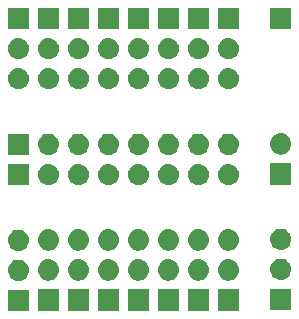
<source format=gbs>
G04 #@! TF.GenerationSoftware,KiCad,Pcbnew,5.1.1-8be2ce7~80~ubuntu16.04.1*
G04 #@! TF.CreationDate,2019-04-29T10:17:37+02:00*
G04 #@! TF.ProjectId,servomotors_ext_pwr_adaptor,73657276-6f6d-46f7-946f-72735f657874,rev?*
G04 #@! TF.SameCoordinates,Original*
G04 #@! TF.FileFunction,Soldermask,Bot*
G04 #@! TF.FilePolarity,Negative*
%FSLAX46Y46*%
G04 Gerber Fmt 4.6, Leading zero omitted, Abs format (unit mm)*
G04 Created by KiCad (PCBNEW 5.1.1-8be2ce7~80~ubuntu16.04.1) date 2019-04-29 10:17:37*
%MOMM*%
%LPD*%
G04 APERTURE LIST*
%ADD10C,0.100000*%
G04 APERTURE END LIST*
D10*
G36*
X101027800Y-112171800D02*
G01*
X99225800Y-112171800D01*
X99225800Y-110369800D01*
X101027800Y-110369800D01*
X101027800Y-112171800D01*
X101027800Y-112171800D01*
G37*
G36*
X118807800Y-112153000D02*
G01*
X117005800Y-112153000D01*
X117005800Y-110351000D01*
X118807800Y-110351000D01*
X118807800Y-112153000D01*
X118807800Y-112153000D01*
G37*
G36*
X116267800Y-112153000D02*
G01*
X114465800Y-112153000D01*
X114465800Y-110351000D01*
X116267800Y-110351000D01*
X116267800Y-112153000D01*
X116267800Y-112153000D01*
G37*
G36*
X113727800Y-112153000D02*
G01*
X111925800Y-112153000D01*
X111925800Y-110351000D01*
X113727800Y-110351000D01*
X113727800Y-112153000D01*
X113727800Y-112153000D01*
G37*
G36*
X111187800Y-112153000D02*
G01*
X109385800Y-112153000D01*
X109385800Y-110351000D01*
X111187800Y-110351000D01*
X111187800Y-112153000D01*
X111187800Y-112153000D01*
G37*
G36*
X106107800Y-112153000D02*
G01*
X104305800Y-112153000D01*
X104305800Y-110351000D01*
X106107800Y-110351000D01*
X106107800Y-112153000D01*
X106107800Y-112153000D01*
G37*
G36*
X103567800Y-112153000D02*
G01*
X101765800Y-112153000D01*
X101765800Y-110351000D01*
X103567800Y-110351000D01*
X103567800Y-112153000D01*
X103567800Y-112153000D01*
G37*
G36*
X108647800Y-112153000D02*
G01*
X106845800Y-112153000D01*
X106845800Y-110351000D01*
X108647800Y-110351000D01*
X108647800Y-112153000D01*
X108647800Y-112153000D01*
G37*
G36*
X123227400Y-112102200D02*
G01*
X121425400Y-112102200D01*
X121425400Y-110300200D01*
X123227400Y-110300200D01*
X123227400Y-112102200D01*
X123227400Y-112102200D01*
G37*
G36*
X100237242Y-107836318D02*
G01*
X100303427Y-107842837D01*
X100473266Y-107894357D01*
X100629791Y-107978022D01*
X100665529Y-108007352D01*
X100766986Y-108090614D01*
X100850248Y-108192071D01*
X100879578Y-108227809D01*
X100963243Y-108384334D01*
X101014763Y-108554173D01*
X101032159Y-108730800D01*
X101014763Y-108907427D01*
X100963243Y-109077266D01*
X100879578Y-109233791D01*
X100850248Y-109269529D01*
X100766986Y-109370986D01*
X100665529Y-109454248D01*
X100629791Y-109483578D01*
X100473266Y-109567243D01*
X100303427Y-109618763D01*
X100237242Y-109625282D01*
X100171060Y-109631800D01*
X100082540Y-109631800D01*
X100016358Y-109625282D01*
X99950173Y-109618763D01*
X99780334Y-109567243D01*
X99623809Y-109483578D01*
X99588071Y-109454248D01*
X99486614Y-109370986D01*
X99403352Y-109269529D01*
X99374022Y-109233791D01*
X99290357Y-109077266D01*
X99238837Y-108907427D01*
X99221441Y-108730800D01*
X99238837Y-108554173D01*
X99290357Y-108384334D01*
X99374022Y-108227809D01*
X99403352Y-108192071D01*
X99486614Y-108090614D01*
X99588071Y-108007352D01*
X99623809Y-107978022D01*
X99780334Y-107894357D01*
X99950173Y-107842837D01*
X100016358Y-107836318D01*
X100082540Y-107829800D01*
X100171060Y-107829800D01*
X100237242Y-107836318D01*
X100237242Y-107836318D01*
G37*
G36*
X107857243Y-107817519D02*
G01*
X107923427Y-107824037D01*
X108093266Y-107875557D01*
X108249791Y-107959222D01*
X108285529Y-107988552D01*
X108386986Y-108071814D01*
X108457887Y-108158209D01*
X108499578Y-108209009D01*
X108583243Y-108365534D01*
X108634763Y-108535373D01*
X108652159Y-108712000D01*
X108634763Y-108888627D01*
X108583243Y-109058466D01*
X108499578Y-109214991D01*
X108484149Y-109233791D01*
X108386986Y-109352186D01*
X108285529Y-109435448D01*
X108249791Y-109464778D01*
X108093266Y-109548443D01*
X107923427Y-109599963D01*
X107857242Y-109606482D01*
X107791060Y-109613000D01*
X107702540Y-109613000D01*
X107636358Y-109606482D01*
X107570173Y-109599963D01*
X107400334Y-109548443D01*
X107243809Y-109464778D01*
X107208071Y-109435448D01*
X107106614Y-109352186D01*
X107009451Y-109233791D01*
X106994022Y-109214991D01*
X106910357Y-109058466D01*
X106858837Y-108888627D01*
X106841441Y-108712000D01*
X106858837Y-108535373D01*
X106910357Y-108365534D01*
X106994022Y-108209009D01*
X107035713Y-108158209D01*
X107106614Y-108071814D01*
X107208071Y-107988552D01*
X107243809Y-107959222D01*
X107400334Y-107875557D01*
X107570173Y-107824037D01*
X107636357Y-107817519D01*
X107702540Y-107811000D01*
X107791060Y-107811000D01*
X107857243Y-107817519D01*
X107857243Y-107817519D01*
G37*
G36*
X102777243Y-107817519D02*
G01*
X102843427Y-107824037D01*
X103013266Y-107875557D01*
X103169791Y-107959222D01*
X103205529Y-107988552D01*
X103306986Y-108071814D01*
X103377887Y-108158209D01*
X103419578Y-108209009D01*
X103503243Y-108365534D01*
X103554763Y-108535373D01*
X103572159Y-108712000D01*
X103554763Y-108888627D01*
X103503243Y-109058466D01*
X103419578Y-109214991D01*
X103404149Y-109233791D01*
X103306986Y-109352186D01*
X103205529Y-109435448D01*
X103169791Y-109464778D01*
X103013266Y-109548443D01*
X102843427Y-109599963D01*
X102777242Y-109606482D01*
X102711060Y-109613000D01*
X102622540Y-109613000D01*
X102556358Y-109606482D01*
X102490173Y-109599963D01*
X102320334Y-109548443D01*
X102163809Y-109464778D01*
X102128071Y-109435448D01*
X102026614Y-109352186D01*
X101929451Y-109233791D01*
X101914022Y-109214991D01*
X101830357Y-109058466D01*
X101778837Y-108888627D01*
X101761441Y-108712000D01*
X101778837Y-108535373D01*
X101830357Y-108365534D01*
X101914022Y-108209009D01*
X101955713Y-108158209D01*
X102026614Y-108071814D01*
X102128071Y-107988552D01*
X102163809Y-107959222D01*
X102320334Y-107875557D01*
X102490173Y-107824037D01*
X102556357Y-107817519D01*
X102622540Y-107811000D01*
X102711060Y-107811000D01*
X102777243Y-107817519D01*
X102777243Y-107817519D01*
G37*
G36*
X105317243Y-107817519D02*
G01*
X105383427Y-107824037D01*
X105553266Y-107875557D01*
X105709791Y-107959222D01*
X105745529Y-107988552D01*
X105846986Y-108071814D01*
X105917887Y-108158209D01*
X105959578Y-108209009D01*
X106043243Y-108365534D01*
X106094763Y-108535373D01*
X106112159Y-108712000D01*
X106094763Y-108888627D01*
X106043243Y-109058466D01*
X105959578Y-109214991D01*
X105944149Y-109233791D01*
X105846986Y-109352186D01*
X105745529Y-109435448D01*
X105709791Y-109464778D01*
X105553266Y-109548443D01*
X105383427Y-109599963D01*
X105317242Y-109606482D01*
X105251060Y-109613000D01*
X105162540Y-109613000D01*
X105096358Y-109606482D01*
X105030173Y-109599963D01*
X104860334Y-109548443D01*
X104703809Y-109464778D01*
X104668071Y-109435448D01*
X104566614Y-109352186D01*
X104469451Y-109233791D01*
X104454022Y-109214991D01*
X104370357Y-109058466D01*
X104318837Y-108888627D01*
X104301441Y-108712000D01*
X104318837Y-108535373D01*
X104370357Y-108365534D01*
X104454022Y-108209009D01*
X104495713Y-108158209D01*
X104566614Y-108071814D01*
X104668071Y-107988552D01*
X104703809Y-107959222D01*
X104860334Y-107875557D01*
X105030173Y-107824037D01*
X105096357Y-107817519D01*
X105162540Y-107811000D01*
X105251060Y-107811000D01*
X105317243Y-107817519D01*
X105317243Y-107817519D01*
G37*
G36*
X118017243Y-107817519D02*
G01*
X118083427Y-107824037D01*
X118253266Y-107875557D01*
X118409791Y-107959222D01*
X118445529Y-107988552D01*
X118546986Y-108071814D01*
X118617887Y-108158209D01*
X118659578Y-108209009D01*
X118743243Y-108365534D01*
X118794763Y-108535373D01*
X118812159Y-108712000D01*
X118794763Y-108888627D01*
X118743243Y-109058466D01*
X118659578Y-109214991D01*
X118644149Y-109233791D01*
X118546986Y-109352186D01*
X118445529Y-109435448D01*
X118409791Y-109464778D01*
X118253266Y-109548443D01*
X118083427Y-109599963D01*
X118017242Y-109606482D01*
X117951060Y-109613000D01*
X117862540Y-109613000D01*
X117796358Y-109606482D01*
X117730173Y-109599963D01*
X117560334Y-109548443D01*
X117403809Y-109464778D01*
X117368071Y-109435448D01*
X117266614Y-109352186D01*
X117169451Y-109233791D01*
X117154022Y-109214991D01*
X117070357Y-109058466D01*
X117018837Y-108888627D01*
X117001441Y-108712000D01*
X117018837Y-108535373D01*
X117070357Y-108365534D01*
X117154022Y-108209009D01*
X117195713Y-108158209D01*
X117266614Y-108071814D01*
X117368071Y-107988552D01*
X117403809Y-107959222D01*
X117560334Y-107875557D01*
X117730173Y-107824037D01*
X117796357Y-107817519D01*
X117862540Y-107811000D01*
X117951060Y-107811000D01*
X118017243Y-107817519D01*
X118017243Y-107817519D01*
G37*
G36*
X115477243Y-107817519D02*
G01*
X115543427Y-107824037D01*
X115713266Y-107875557D01*
X115869791Y-107959222D01*
X115905529Y-107988552D01*
X116006986Y-108071814D01*
X116077887Y-108158209D01*
X116119578Y-108209009D01*
X116203243Y-108365534D01*
X116254763Y-108535373D01*
X116272159Y-108712000D01*
X116254763Y-108888627D01*
X116203243Y-109058466D01*
X116119578Y-109214991D01*
X116104149Y-109233791D01*
X116006986Y-109352186D01*
X115905529Y-109435448D01*
X115869791Y-109464778D01*
X115713266Y-109548443D01*
X115543427Y-109599963D01*
X115477242Y-109606482D01*
X115411060Y-109613000D01*
X115322540Y-109613000D01*
X115256358Y-109606482D01*
X115190173Y-109599963D01*
X115020334Y-109548443D01*
X114863809Y-109464778D01*
X114828071Y-109435448D01*
X114726614Y-109352186D01*
X114629451Y-109233791D01*
X114614022Y-109214991D01*
X114530357Y-109058466D01*
X114478837Y-108888627D01*
X114461441Y-108712000D01*
X114478837Y-108535373D01*
X114530357Y-108365534D01*
X114614022Y-108209009D01*
X114655713Y-108158209D01*
X114726614Y-108071814D01*
X114828071Y-107988552D01*
X114863809Y-107959222D01*
X115020334Y-107875557D01*
X115190173Y-107824037D01*
X115256357Y-107817519D01*
X115322540Y-107811000D01*
X115411060Y-107811000D01*
X115477243Y-107817519D01*
X115477243Y-107817519D01*
G37*
G36*
X112937243Y-107817519D02*
G01*
X113003427Y-107824037D01*
X113173266Y-107875557D01*
X113329791Y-107959222D01*
X113365529Y-107988552D01*
X113466986Y-108071814D01*
X113537887Y-108158209D01*
X113579578Y-108209009D01*
X113663243Y-108365534D01*
X113714763Y-108535373D01*
X113732159Y-108712000D01*
X113714763Y-108888627D01*
X113663243Y-109058466D01*
X113579578Y-109214991D01*
X113564149Y-109233791D01*
X113466986Y-109352186D01*
X113365529Y-109435448D01*
X113329791Y-109464778D01*
X113173266Y-109548443D01*
X113003427Y-109599963D01*
X112937242Y-109606482D01*
X112871060Y-109613000D01*
X112782540Y-109613000D01*
X112716358Y-109606482D01*
X112650173Y-109599963D01*
X112480334Y-109548443D01*
X112323809Y-109464778D01*
X112288071Y-109435448D01*
X112186614Y-109352186D01*
X112089451Y-109233791D01*
X112074022Y-109214991D01*
X111990357Y-109058466D01*
X111938837Y-108888627D01*
X111921441Y-108712000D01*
X111938837Y-108535373D01*
X111990357Y-108365534D01*
X112074022Y-108209009D01*
X112115713Y-108158209D01*
X112186614Y-108071814D01*
X112288071Y-107988552D01*
X112323809Y-107959222D01*
X112480334Y-107875557D01*
X112650173Y-107824037D01*
X112716357Y-107817519D01*
X112782540Y-107811000D01*
X112871060Y-107811000D01*
X112937243Y-107817519D01*
X112937243Y-107817519D01*
G37*
G36*
X110397243Y-107817519D02*
G01*
X110463427Y-107824037D01*
X110633266Y-107875557D01*
X110789791Y-107959222D01*
X110825529Y-107988552D01*
X110926986Y-108071814D01*
X110997887Y-108158209D01*
X111039578Y-108209009D01*
X111123243Y-108365534D01*
X111174763Y-108535373D01*
X111192159Y-108712000D01*
X111174763Y-108888627D01*
X111123243Y-109058466D01*
X111039578Y-109214991D01*
X111024149Y-109233791D01*
X110926986Y-109352186D01*
X110825529Y-109435448D01*
X110789791Y-109464778D01*
X110633266Y-109548443D01*
X110463427Y-109599963D01*
X110397242Y-109606482D01*
X110331060Y-109613000D01*
X110242540Y-109613000D01*
X110176358Y-109606482D01*
X110110173Y-109599963D01*
X109940334Y-109548443D01*
X109783809Y-109464778D01*
X109748071Y-109435448D01*
X109646614Y-109352186D01*
X109549451Y-109233791D01*
X109534022Y-109214991D01*
X109450357Y-109058466D01*
X109398837Y-108888627D01*
X109381441Y-108712000D01*
X109398837Y-108535373D01*
X109450357Y-108365534D01*
X109534022Y-108209009D01*
X109575713Y-108158209D01*
X109646614Y-108071814D01*
X109748071Y-107988552D01*
X109783809Y-107959222D01*
X109940334Y-107875557D01*
X110110173Y-107824037D01*
X110176357Y-107817519D01*
X110242540Y-107811000D01*
X110331060Y-107811000D01*
X110397243Y-107817519D01*
X110397243Y-107817519D01*
G37*
G36*
X122436842Y-107766718D02*
G01*
X122503027Y-107773237D01*
X122672866Y-107824757D01*
X122829391Y-107908422D01*
X122865129Y-107937752D01*
X122966586Y-108021014D01*
X123023704Y-108090614D01*
X123079178Y-108158209D01*
X123162843Y-108314734D01*
X123214363Y-108484573D01*
X123231759Y-108661200D01*
X123214363Y-108837827D01*
X123162843Y-109007666D01*
X123079178Y-109164191D01*
X123049848Y-109199929D01*
X122966586Y-109301386D01*
X122881778Y-109370985D01*
X122829391Y-109413978D01*
X122672866Y-109497643D01*
X122503027Y-109549163D01*
X122436842Y-109555682D01*
X122370660Y-109562200D01*
X122282140Y-109562200D01*
X122215958Y-109555682D01*
X122149773Y-109549163D01*
X121979934Y-109497643D01*
X121823409Y-109413978D01*
X121771022Y-109370985D01*
X121686214Y-109301386D01*
X121602952Y-109199929D01*
X121573622Y-109164191D01*
X121489957Y-109007666D01*
X121438437Y-108837827D01*
X121421041Y-108661200D01*
X121438437Y-108484573D01*
X121489957Y-108314734D01*
X121573622Y-108158209D01*
X121629096Y-108090614D01*
X121686214Y-108021014D01*
X121787671Y-107937752D01*
X121823409Y-107908422D01*
X121979934Y-107824757D01*
X122149773Y-107773237D01*
X122215958Y-107766718D01*
X122282140Y-107760200D01*
X122370660Y-107760200D01*
X122436842Y-107766718D01*
X122436842Y-107766718D01*
G37*
G36*
X100237242Y-105296318D02*
G01*
X100303427Y-105302837D01*
X100473266Y-105354357D01*
X100629791Y-105438022D01*
X100665529Y-105467352D01*
X100766986Y-105550614D01*
X100850248Y-105652071D01*
X100879578Y-105687809D01*
X100963243Y-105844334D01*
X101014763Y-106014173D01*
X101032159Y-106190800D01*
X101014763Y-106367427D01*
X100963243Y-106537266D01*
X100879578Y-106693791D01*
X100850248Y-106729529D01*
X100766986Y-106830986D01*
X100665529Y-106914248D01*
X100629791Y-106943578D01*
X100473266Y-107027243D01*
X100303427Y-107078763D01*
X100237243Y-107085281D01*
X100171060Y-107091800D01*
X100082540Y-107091800D01*
X100016357Y-107085281D01*
X99950173Y-107078763D01*
X99780334Y-107027243D01*
X99623809Y-106943578D01*
X99588071Y-106914248D01*
X99486614Y-106830986D01*
X99403352Y-106729529D01*
X99374022Y-106693791D01*
X99290357Y-106537266D01*
X99238837Y-106367427D01*
X99221441Y-106190800D01*
X99238837Y-106014173D01*
X99290357Y-105844334D01*
X99374022Y-105687809D01*
X99403352Y-105652071D01*
X99486614Y-105550614D01*
X99588071Y-105467352D01*
X99623809Y-105438022D01*
X99780334Y-105354357D01*
X99950173Y-105302837D01*
X100016357Y-105296319D01*
X100082540Y-105289800D01*
X100171060Y-105289800D01*
X100237242Y-105296318D01*
X100237242Y-105296318D01*
G37*
G36*
X112937243Y-105277519D02*
G01*
X113003427Y-105284037D01*
X113173266Y-105335557D01*
X113329791Y-105419222D01*
X113365529Y-105448552D01*
X113466986Y-105531814D01*
X113537887Y-105618209D01*
X113579578Y-105669009D01*
X113663243Y-105825534D01*
X113714763Y-105995373D01*
X113732159Y-106172000D01*
X113714763Y-106348627D01*
X113663243Y-106518466D01*
X113579578Y-106674991D01*
X113564149Y-106693791D01*
X113466986Y-106812186D01*
X113365529Y-106895448D01*
X113329791Y-106924778D01*
X113173266Y-107008443D01*
X113003427Y-107059963D01*
X112937243Y-107066481D01*
X112871060Y-107073000D01*
X112782540Y-107073000D01*
X112716357Y-107066481D01*
X112650173Y-107059963D01*
X112480334Y-107008443D01*
X112323809Y-106924778D01*
X112288071Y-106895448D01*
X112186614Y-106812186D01*
X112089451Y-106693791D01*
X112074022Y-106674991D01*
X111990357Y-106518466D01*
X111938837Y-106348627D01*
X111921441Y-106172000D01*
X111938837Y-105995373D01*
X111990357Y-105825534D01*
X112074022Y-105669009D01*
X112115713Y-105618209D01*
X112186614Y-105531814D01*
X112288071Y-105448552D01*
X112323809Y-105419222D01*
X112480334Y-105335557D01*
X112650173Y-105284037D01*
X112716357Y-105277519D01*
X112782540Y-105271000D01*
X112871060Y-105271000D01*
X112937243Y-105277519D01*
X112937243Y-105277519D01*
G37*
G36*
X105317243Y-105277519D02*
G01*
X105383427Y-105284037D01*
X105553266Y-105335557D01*
X105709791Y-105419222D01*
X105745529Y-105448552D01*
X105846986Y-105531814D01*
X105917887Y-105618209D01*
X105959578Y-105669009D01*
X106043243Y-105825534D01*
X106094763Y-105995373D01*
X106112159Y-106172000D01*
X106094763Y-106348627D01*
X106043243Y-106518466D01*
X105959578Y-106674991D01*
X105944149Y-106693791D01*
X105846986Y-106812186D01*
X105745529Y-106895448D01*
X105709791Y-106924778D01*
X105553266Y-107008443D01*
X105383427Y-107059963D01*
X105317243Y-107066481D01*
X105251060Y-107073000D01*
X105162540Y-107073000D01*
X105096357Y-107066481D01*
X105030173Y-107059963D01*
X104860334Y-107008443D01*
X104703809Y-106924778D01*
X104668071Y-106895448D01*
X104566614Y-106812186D01*
X104469451Y-106693791D01*
X104454022Y-106674991D01*
X104370357Y-106518466D01*
X104318837Y-106348627D01*
X104301441Y-106172000D01*
X104318837Y-105995373D01*
X104370357Y-105825534D01*
X104454022Y-105669009D01*
X104495713Y-105618209D01*
X104566614Y-105531814D01*
X104668071Y-105448552D01*
X104703809Y-105419222D01*
X104860334Y-105335557D01*
X105030173Y-105284037D01*
X105096357Y-105277519D01*
X105162540Y-105271000D01*
X105251060Y-105271000D01*
X105317243Y-105277519D01*
X105317243Y-105277519D01*
G37*
G36*
X107857243Y-105277519D02*
G01*
X107923427Y-105284037D01*
X108093266Y-105335557D01*
X108249791Y-105419222D01*
X108285529Y-105448552D01*
X108386986Y-105531814D01*
X108457887Y-105618209D01*
X108499578Y-105669009D01*
X108583243Y-105825534D01*
X108634763Y-105995373D01*
X108652159Y-106172000D01*
X108634763Y-106348627D01*
X108583243Y-106518466D01*
X108499578Y-106674991D01*
X108484149Y-106693791D01*
X108386986Y-106812186D01*
X108285529Y-106895448D01*
X108249791Y-106924778D01*
X108093266Y-107008443D01*
X107923427Y-107059963D01*
X107857243Y-107066481D01*
X107791060Y-107073000D01*
X107702540Y-107073000D01*
X107636357Y-107066481D01*
X107570173Y-107059963D01*
X107400334Y-107008443D01*
X107243809Y-106924778D01*
X107208071Y-106895448D01*
X107106614Y-106812186D01*
X107009451Y-106693791D01*
X106994022Y-106674991D01*
X106910357Y-106518466D01*
X106858837Y-106348627D01*
X106841441Y-106172000D01*
X106858837Y-105995373D01*
X106910357Y-105825534D01*
X106994022Y-105669009D01*
X107035713Y-105618209D01*
X107106614Y-105531814D01*
X107208071Y-105448552D01*
X107243809Y-105419222D01*
X107400334Y-105335557D01*
X107570173Y-105284037D01*
X107636357Y-105277519D01*
X107702540Y-105271000D01*
X107791060Y-105271000D01*
X107857243Y-105277519D01*
X107857243Y-105277519D01*
G37*
G36*
X102777243Y-105277519D02*
G01*
X102843427Y-105284037D01*
X103013266Y-105335557D01*
X103169791Y-105419222D01*
X103205529Y-105448552D01*
X103306986Y-105531814D01*
X103377887Y-105618209D01*
X103419578Y-105669009D01*
X103503243Y-105825534D01*
X103554763Y-105995373D01*
X103572159Y-106172000D01*
X103554763Y-106348627D01*
X103503243Y-106518466D01*
X103419578Y-106674991D01*
X103404149Y-106693791D01*
X103306986Y-106812186D01*
X103205529Y-106895448D01*
X103169791Y-106924778D01*
X103013266Y-107008443D01*
X102843427Y-107059963D01*
X102777243Y-107066481D01*
X102711060Y-107073000D01*
X102622540Y-107073000D01*
X102556357Y-107066481D01*
X102490173Y-107059963D01*
X102320334Y-107008443D01*
X102163809Y-106924778D01*
X102128071Y-106895448D01*
X102026614Y-106812186D01*
X101929451Y-106693791D01*
X101914022Y-106674991D01*
X101830357Y-106518466D01*
X101778837Y-106348627D01*
X101761441Y-106172000D01*
X101778837Y-105995373D01*
X101830357Y-105825534D01*
X101914022Y-105669009D01*
X101955713Y-105618209D01*
X102026614Y-105531814D01*
X102128071Y-105448552D01*
X102163809Y-105419222D01*
X102320334Y-105335557D01*
X102490173Y-105284037D01*
X102556357Y-105277519D01*
X102622540Y-105271000D01*
X102711060Y-105271000D01*
X102777243Y-105277519D01*
X102777243Y-105277519D01*
G37*
G36*
X118017243Y-105277519D02*
G01*
X118083427Y-105284037D01*
X118253266Y-105335557D01*
X118409791Y-105419222D01*
X118445529Y-105448552D01*
X118546986Y-105531814D01*
X118617887Y-105618209D01*
X118659578Y-105669009D01*
X118743243Y-105825534D01*
X118794763Y-105995373D01*
X118812159Y-106172000D01*
X118794763Y-106348627D01*
X118743243Y-106518466D01*
X118659578Y-106674991D01*
X118644149Y-106693791D01*
X118546986Y-106812186D01*
X118445529Y-106895448D01*
X118409791Y-106924778D01*
X118253266Y-107008443D01*
X118083427Y-107059963D01*
X118017243Y-107066481D01*
X117951060Y-107073000D01*
X117862540Y-107073000D01*
X117796357Y-107066481D01*
X117730173Y-107059963D01*
X117560334Y-107008443D01*
X117403809Y-106924778D01*
X117368071Y-106895448D01*
X117266614Y-106812186D01*
X117169451Y-106693791D01*
X117154022Y-106674991D01*
X117070357Y-106518466D01*
X117018837Y-106348627D01*
X117001441Y-106172000D01*
X117018837Y-105995373D01*
X117070357Y-105825534D01*
X117154022Y-105669009D01*
X117195713Y-105618209D01*
X117266614Y-105531814D01*
X117368071Y-105448552D01*
X117403809Y-105419222D01*
X117560334Y-105335557D01*
X117730173Y-105284037D01*
X117796357Y-105277519D01*
X117862540Y-105271000D01*
X117951060Y-105271000D01*
X118017243Y-105277519D01*
X118017243Y-105277519D01*
G37*
G36*
X110397243Y-105277519D02*
G01*
X110463427Y-105284037D01*
X110633266Y-105335557D01*
X110789791Y-105419222D01*
X110825529Y-105448552D01*
X110926986Y-105531814D01*
X110997887Y-105618209D01*
X111039578Y-105669009D01*
X111123243Y-105825534D01*
X111174763Y-105995373D01*
X111192159Y-106172000D01*
X111174763Y-106348627D01*
X111123243Y-106518466D01*
X111039578Y-106674991D01*
X111024149Y-106693791D01*
X110926986Y-106812186D01*
X110825529Y-106895448D01*
X110789791Y-106924778D01*
X110633266Y-107008443D01*
X110463427Y-107059963D01*
X110397243Y-107066481D01*
X110331060Y-107073000D01*
X110242540Y-107073000D01*
X110176357Y-107066481D01*
X110110173Y-107059963D01*
X109940334Y-107008443D01*
X109783809Y-106924778D01*
X109748071Y-106895448D01*
X109646614Y-106812186D01*
X109549451Y-106693791D01*
X109534022Y-106674991D01*
X109450357Y-106518466D01*
X109398837Y-106348627D01*
X109381441Y-106172000D01*
X109398837Y-105995373D01*
X109450357Y-105825534D01*
X109534022Y-105669009D01*
X109575713Y-105618209D01*
X109646614Y-105531814D01*
X109748071Y-105448552D01*
X109783809Y-105419222D01*
X109940334Y-105335557D01*
X110110173Y-105284037D01*
X110176357Y-105277519D01*
X110242540Y-105271000D01*
X110331060Y-105271000D01*
X110397243Y-105277519D01*
X110397243Y-105277519D01*
G37*
G36*
X115477243Y-105277519D02*
G01*
X115543427Y-105284037D01*
X115713266Y-105335557D01*
X115869791Y-105419222D01*
X115905529Y-105448552D01*
X116006986Y-105531814D01*
X116077887Y-105618209D01*
X116119578Y-105669009D01*
X116203243Y-105825534D01*
X116254763Y-105995373D01*
X116272159Y-106172000D01*
X116254763Y-106348627D01*
X116203243Y-106518466D01*
X116119578Y-106674991D01*
X116104149Y-106693791D01*
X116006986Y-106812186D01*
X115905529Y-106895448D01*
X115869791Y-106924778D01*
X115713266Y-107008443D01*
X115543427Y-107059963D01*
X115477243Y-107066481D01*
X115411060Y-107073000D01*
X115322540Y-107073000D01*
X115256357Y-107066481D01*
X115190173Y-107059963D01*
X115020334Y-107008443D01*
X114863809Y-106924778D01*
X114828071Y-106895448D01*
X114726614Y-106812186D01*
X114629451Y-106693791D01*
X114614022Y-106674991D01*
X114530357Y-106518466D01*
X114478837Y-106348627D01*
X114461441Y-106172000D01*
X114478837Y-105995373D01*
X114530357Y-105825534D01*
X114614022Y-105669009D01*
X114655713Y-105618209D01*
X114726614Y-105531814D01*
X114828071Y-105448552D01*
X114863809Y-105419222D01*
X115020334Y-105335557D01*
X115190173Y-105284037D01*
X115256357Y-105277519D01*
X115322540Y-105271000D01*
X115411060Y-105271000D01*
X115477243Y-105277519D01*
X115477243Y-105277519D01*
G37*
G36*
X122436843Y-105226719D02*
G01*
X122503027Y-105233237D01*
X122672866Y-105284757D01*
X122829391Y-105368422D01*
X122865129Y-105397752D01*
X122966586Y-105481014D01*
X123023704Y-105550614D01*
X123079178Y-105618209D01*
X123162843Y-105774734D01*
X123214363Y-105944573D01*
X123231759Y-106121200D01*
X123214363Y-106297827D01*
X123162843Y-106467666D01*
X123079178Y-106624191D01*
X123049848Y-106659929D01*
X122966586Y-106761386D01*
X122881778Y-106830985D01*
X122829391Y-106873978D01*
X122672866Y-106957643D01*
X122503027Y-107009163D01*
X122436843Y-107015681D01*
X122370660Y-107022200D01*
X122282140Y-107022200D01*
X122215957Y-107015681D01*
X122149773Y-107009163D01*
X121979934Y-106957643D01*
X121823409Y-106873978D01*
X121771022Y-106830985D01*
X121686214Y-106761386D01*
X121602952Y-106659929D01*
X121573622Y-106624191D01*
X121489957Y-106467666D01*
X121438437Y-106297827D01*
X121421041Y-106121200D01*
X121438437Y-105944573D01*
X121489957Y-105774734D01*
X121573622Y-105618209D01*
X121629096Y-105550614D01*
X121686214Y-105481014D01*
X121787671Y-105397752D01*
X121823409Y-105368422D01*
X121979934Y-105284757D01*
X122149773Y-105233237D01*
X122215957Y-105226719D01*
X122282140Y-105220200D01*
X122370660Y-105220200D01*
X122436843Y-105226719D01*
X122436843Y-105226719D01*
G37*
G36*
X101027800Y-101535800D02*
G01*
X99225800Y-101535800D01*
X99225800Y-99733800D01*
X101027800Y-99733800D01*
X101027800Y-101535800D01*
X101027800Y-101535800D01*
G37*
G36*
X115477242Y-99740318D02*
G01*
X115543427Y-99746837D01*
X115713266Y-99798357D01*
X115869791Y-99882022D01*
X115905529Y-99911352D01*
X116006986Y-99994614D01*
X116090248Y-100096071D01*
X116119578Y-100131809D01*
X116203243Y-100288334D01*
X116254763Y-100458173D01*
X116272159Y-100634800D01*
X116254763Y-100811427D01*
X116203243Y-100981266D01*
X116119578Y-101137791D01*
X116090248Y-101173529D01*
X116006986Y-101274986D01*
X115905529Y-101358248D01*
X115869791Y-101387578D01*
X115713266Y-101471243D01*
X115543427Y-101522763D01*
X115477243Y-101529281D01*
X115411060Y-101535800D01*
X115322540Y-101535800D01*
X115256357Y-101529281D01*
X115190173Y-101522763D01*
X115020334Y-101471243D01*
X114863809Y-101387578D01*
X114828071Y-101358248D01*
X114726614Y-101274986D01*
X114643352Y-101173529D01*
X114614022Y-101137791D01*
X114530357Y-100981266D01*
X114478837Y-100811427D01*
X114461441Y-100634800D01*
X114478837Y-100458173D01*
X114530357Y-100288334D01*
X114614022Y-100131809D01*
X114643352Y-100096071D01*
X114726614Y-99994614D01*
X114828071Y-99911352D01*
X114863809Y-99882022D01*
X115020334Y-99798357D01*
X115190173Y-99746837D01*
X115256357Y-99740319D01*
X115322540Y-99733800D01*
X115411060Y-99733800D01*
X115477242Y-99740318D01*
X115477242Y-99740318D01*
G37*
G36*
X118017242Y-99740318D02*
G01*
X118083427Y-99746837D01*
X118253266Y-99798357D01*
X118409791Y-99882022D01*
X118445529Y-99911352D01*
X118546986Y-99994614D01*
X118630248Y-100096071D01*
X118659578Y-100131809D01*
X118743243Y-100288334D01*
X118794763Y-100458173D01*
X118812159Y-100634800D01*
X118794763Y-100811427D01*
X118743243Y-100981266D01*
X118659578Y-101137791D01*
X118630248Y-101173529D01*
X118546986Y-101274986D01*
X118445529Y-101358248D01*
X118409791Y-101387578D01*
X118253266Y-101471243D01*
X118083427Y-101522763D01*
X118017243Y-101529281D01*
X117951060Y-101535800D01*
X117862540Y-101535800D01*
X117796357Y-101529281D01*
X117730173Y-101522763D01*
X117560334Y-101471243D01*
X117403809Y-101387578D01*
X117368071Y-101358248D01*
X117266614Y-101274986D01*
X117183352Y-101173529D01*
X117154022Y-101137791D01*
X117070357Y-100981266D01*
X117018837Y-100811427D01*
X117001441Y-100634800D01*
X117018837Y-100458173D01*
X117070357Y-100288334D01*
X117154022Y-100131809D01*
X117183352Y-100096071D01*
X117266614Y-99994614D01*
X117368071Y-99911352D01*
X117403809Y-99882022D01*
X117560334Y-99798357D01*
X117730173Y-99746837D01*
X117796357Y-99740319D01*
X117862540Y-99733800D01*
X117951060Y-99733800D01*
X118017242Y-99740318D01*
X118017242Y-99740318D01*
G37*
G36*
X112937242Y-99740318D02*
G01*
X113003427Y-99746837D01*
X113173266Y-99798357D01*
X113329791Y-99882022D01*
X113365529Y-99911352D01*
X113466986Y-99994614D01*
X113550248Y-100096071D01*
X113579578Y-100131809D01*
X113663243Y-100288334D01*
X113714763Y-100458173D01*
X113732159Y-100634800D01*
X113714763Y-100811427D01*
X113663243Y-100981266D01*
X113579578Y-101137791D01*
X113550248Y-101173529D01*
X113466986Y-101274986D01*
X113365529Y-101358248D01*
X113329791Y-101387578D01*
X113173266Y-101471243D01*
X113003427Y-101522763D01*
X112937243Y-101529281D01*
X112871060Y-101535800D01*
X112782540Y-101535800D01*
X112716357Y-101529281D01*
X112650173Y-101522763D01*
X112480334Y-101471243D01*
X112323809Y-101387578D01*
X112288071Y-101358248D01*
X112186614Y-101274986D01*
X112103352Y-101173529D01*
X112074022Y-101137791D01*
X111990357Y-100981266D01*
X111938837Y-100811427D01*
X111921441Y-100634800D01*
X111938837Y-100458173D01*
X111990357Y-100288334D01*
X112074022Y-100131809D01*
X112103352Y-100096071D01*
X112186614Y-99994614D01*
X112288071Y-99911352D01*
X112323809Y-99882022D01*
X112480334Y-99798357D01*
X112650173Y-99746837D01*
X112716357Y-99740319D01*
X112782540Y-99733800D01*
X112871060Y-99733800D01*
X112937242Y-99740318D01*
X112937242Y-99740318D01*
G37*
G36*
X110397242Y-99740318D02*
G01*
X110463427Y-99746837D01*
X110633266Y-99798357D01*
X110789791Y-99882022D01*
X110825529Y-99911352D01*
X110926986Y-99994614D01*
X111010248Y-100096071D01*
X111039578Y-100131809D01*
X111123243Y-100288334D01*
X111174763Y-100458173D01*
X111192159Y-100634800D01*
X111174763Y-100811427D01*
X111123243Y-100981266D01*
X111039578Y-101137791D01*
X111010248Y-101173529D01*
X110926986Y-101274986D01*
X110825529Y-101358248D01*
X110789791Y-101387578D01*
X110633266Y-101471243D01*
X110463427Y-101522763D01*
X110397243Y-101529281D01*
X110331060Y-101535800D01*
X110242540Y-101535800D01*
X110176357Y-101529281D01*
X110110173Y-101522763D01*
X109940334Y-101471243D01*
X109783809Y-101387578D01*
X109748071Y-101358248D01*
X109646614Y-101274986D01*
X109563352Y-101173529D01*
X109534022Y-101137791D01*
X109450357Y-100981266D01*
X109398837Y-100811427D01*
X109381441Y-100634800D01*
X109398837Y-100458173D01*
X109450357Y-100288334D01*
X109534022Y-100131809D01*
X109563352Y-100096071D01*
X109646614Y-99994614D01*
X109748071Y-99911352D01*
X109783809Y-99882022D01*
X109940334Y-99798357D01*
X110110173Y-99746837D01*
X110176357Y-99740319D01*
X110242540Y-99733800D01*
X110331060Y-99733800D01*
X110397242Y-99740318D01*
X110397242Y-99740318D01*
G37*
G36*
X107857242Y-99740318D02*
G01*
X107923427Y-99746837D01*
X108093266Y-99798357D01*
X108249791Y-99882022D01*
X108285529Y-99911352D01*
X108386986Y-99994614D01*
X108470248Y-100096071D01*
X108499578Y-100131809D01*
X108583243Y-100288334D01*
X108634763Y-100458173D01*
X108652159Y-100634800D01*
X108634763Y-100811427D01*
X108583243Y-100981266D01*
X108499578Y-101137791D01*
X108470248Y-101173529D01*
X108386986Y-101274986D01*
X108285529Y-101358248D01*
X108249791Y-101387578D01*
X108093266Y-101471243D01*
X107923427Y-101522763D01*
X107857243Y-101529281D01*
X107791060Y-101535800D01*
X107702540Y-101535800D01*
X107636357Y-101529281D01*
X107570173Y-101522763D01*
X107400334Y-101471243D01*
X107243809Y-101387578D01*
X107208071Y-101358248D01*
X107106614Y-101274986D01*
X107023352Y-101173529D01*
X106994022Y-101137791D01*
X106910357Y-100981266D01*
X106858837Y-100811427D01*
X106841441Y-100634800D01*
X106858837Y-100458173D01*
X106910357Y-100288334D01*
X106994022Y-100131809D01*
X107023352Y-100096071D01*
X107106614Y-99994614D01*
X107208071Y-99911352D01*
X107243809Y-99882022D01*
X107400334Y-99798357D01*
X107570173Y-99746837D01*
X107636357Y-99740319D01*
X107702540Y-99733800D01*
X107791060Y-99733800D01*
X107857242Y-99740318D01*
X107857242Y-99740318D01*
G37*
G36*
X105317242Y-99740318D02*
G01*
X105383427Y-99746837D01*
X105553266Y-99798357D01*
X105709791Y-99882022D01*
X105745529Y-99911352D01*
X105846986Y-99994614D01*
X105930248Y-100096071D01*
X105959578Y-100131809D01*
X106043243Y-100288334D01*
X106094763Y-100458173D01*
X106112159Y-100634800D01*
X106094763Y-100811427D01*
X106043243Y-100981266D01*
X105959578Y-101137791D01*
X105930248Y-101173529D01*
X105846986Y-101274986D01*
X105745529Y-101358248D01*
X105709791Y-101387578D01*
X105553266Y-101471243D01*
X105383427Y-101522763D01*
X105317243Y-101529281D01*
X105251060Y-101535800D01*
X105162540Y-101535800D01*
X105096357Y-101529281D01*
X105030173Y-101522763D01*
X104860334Y-101471243D01*
X104703809Y-101387578D01*
X104668071Y-101358248D01*
X104566614Y-101274986D01*
X104483352Y-101173529D01*
X104454022Y-101137791D01*
X104370357Y-100981266D01*
X104318837Y-100811427D01*
X104301441Y-100634800D01*
X104318837Y-100458173D01*
X104370357Y-100288334D01*
X104454022Y-100131809D01*
X104483352Y-100096071D01*
X104566614Y-99994614D01*
X104668071Y-99911352D01*
X104703809Y-99882022D01*
X104860334Y-99798357D01*
X105030173Y-99746837D01*
X105096357Y-99740319D01*
X105162540Y-99733800D01*
X105251060Y-99733800D01*
X105317242Y-99740318D01*
X105317242Y-99740318D01*
G37*
G36*
X102777242Y-99740318D02*
G01*
X102843427Y-99746837D01*
X103013266Y-99798357D01*
X103169791Y-99882022D01*
X103205529Y-99911352D01*
X103306986Y-99994614D01*
X103390248Y-100096071D01*
X103419578Y-100131809D01*
X103503243Y-100288334D01*
X103554763Y-100458173D01*
X103572159Y-100634800D01*
X103554763Y-100811427D01*
X103503243Y-100981266D01*
X103419578Y-101137791D01*
X103390248Y-101173529D01*
X103306986Y-101274986D01*
X103205529Y-101358248D01*
X103169791Y-101387578D01*
X103013266Y-101471243D01*
X102843427Y-101522763D01*
X102777243Y-101529281D01*
X102711060Y-101535800D01*
X102622540Y-101535800D01*
X102556357Y-101529281D01*
X102490173Y-101522763D01*
X102320334Y-101471243D01*
X102163809Y-101387578D01*
X102128071Y-101358248D01*
X102026614Y-101274986D01*
X101943352Y-101173529D01*
X101914022Y-101137791D01*
X101830357Y-100981266D01*
X101778837Y-100811427D01*
X101761441Y-100634800D01*
X101778837Y-100458173D01*
X101830357Y-100288334D01*
X101914022Y-100131809D01*
X101943352Y-100096071D01*
X102026614Y-99994614D01*
X102128071Y-99911352D01*
X102163809Y-99882022D01*
X102320334Y-99798357D01*
X102490173Y-99746837D01*
X102556357Y-99740319D01*
X102622540Y-99733800D01*
X102711060Y-99733800D01*
X102777242Y-99740318D01*
X102777242Y-99740318D01*
G37*
G36*
X123227400Y-101485000D02*
G01*
X121425400Y-101485000D01*
X121425400Y-99683000D01*
X123227400Y-99683000D01*
X123227400Y-101485000D01*
X123227400Y-101485000D01*
G37*
G36*
X110397242Y-97168318D02*
G01*
X110463427Y-97174837D01*
X110633266Y-97226357D01*
X110789791Y-97310022D01*
X110825529Y-97339352D01*
X110926986Y-97422614D01*
X111010248Y-97524071D01*
X111039578Y-97559809D01*
X111123243Y-97716334D01*
X111174763Y-97886173D01*
X111192159Y-98062800D01*
X111174763Y-98239427D01*
X111123243Y-98409266D01*
X111039578Y-98565791D01*
X111010248Y-98601529D01*
X110926986Y-98702986D01*
X110825529Y-98786248D01*
X110789791Y-98815578D01*
X110633266Y-98899243D01*
X110463427Y-98950763D01*
X110397243Y-98957281D01*
X110331060Y-98963800D01*
X110242540Y-98963800D01*
X110176357Y-98957281D01*
X110110173Y-98950763D01*
X109940334Y-98899243D01*
X109783809Y-98815578D01*
X109748071Y-98786248D01*
X109646614Y-98702986D01*
X109563352Y-98601529D01*
X109534022Y-98565791D01*
X109450357Y-98409266D01*
X109398837Y-98239427D01*
X109381441Y-98062800D01*
X109398837Y-97886173D01*
X109450357Y-97716334D01*
X109534022Y-97559809D01*
X109563352Y-97524071D01*
X109646614Y-97422614D01*
X109748071Y-97339352D01*
X109783809Y-97310022D01*
X109940334Y-97226357D01*
X110110173Y-97174837D01*
X110176358Y-97168318D01*
X110242540Y-97161800D01*
X110331060Y-97161800D01*
X110397242Y-97168318D01*
X110397242Y-97168318D01*
G37*
G36*
X101027800Y-98963800D02*
G01*
X99225800Y-98963800D01*
X99225800Y-97161800D01*
X101027800Y-97161800D01*
X101027800Y-98963800D01*
X101027800Y-98963800D01*
G37*
G36*
X107857242Y-97168318D02*
G01*
X107923427Y-97174837D01*
X108093266Y-97226357D01*
X108249791Y-97310022D01*
X108285529Y-97339352D01*
X108386986Y-97422614D01*
X108470248Y-97524071D01*
X108499578Y-97559809D01*
X108583243Y-97716334D01*
X108634763Y-97886173D01*
X108652159Y-98062800D01*
X108634763Y-98239427D01*
X108583243Y-98409266D01*
X108499578Y-98565791D01*
X108470248Y-98601529D01*
X108386986Y-98702986D01*
X108285529Y-98786248D01*
X108249791Y-98815578D01*
X108093266Y-98899243D01*
X107923427Y-98950763D01*
X107857243Y-98957281D01*
X107791060Y-98963800D01*
X107702540Y-98963800D01*
X107636357Y-98957281D01*
X107570173Y-98950763D01*
X107400334Y-98899243D01*
X107243809Y-98815578D01*
X107208071Y-98786248D01*
X107106614Y-98702986D01*
X107023352Y-98601529D01*
X106994022Y-98565791D01*
X106910357Y-98409266D01*
X106858837Y-98239427D01*
X106841441Y-98062800D01*
X106858837Y-97886173D01*
X106910357Y-97716334D01*
X106994022Y-97559809D01*
X107023352Y-97524071D01*
X107106614Y-97422614D01*
X107208071Y-97339352D01*
X107243809Y-97310022D01*
X107400334Y-97226357D01*
X107570173Y-97174837D01*
X107636358Y-97168318D01*
X107702540Y-97161800D01*
X107791060Y-97161800D01*
X107857242Y-97168318D01*
X107857242Y-97168318D01*
G37*
G36*
X105317242Y-97168318D02*
G01*
X105383427Y-97174837D01*
X105553266Y-97226357D01*
X105709791Y-97310022D01*
X105745529Y-97339352D01*
X105846986Y-97422614D01*
X105930248Y-97524071D01*
X105959578Y-97559809D01*
X106043243Y-97716334D01*
X106094763Y-97886173D01*
X106112159Y-98062800D01*
X106094763Y-98239427D01*
X106043243Y-98409266D01*
X105959578Y-98565791D01*
X105930248Y-98601529D01*
X105846986Y-98702986D01*
X105745529Y-98786248D01*
X105709791Y-98815578D01*
X105553266Y-98899243D01*
X105383427Y-98950763D01*
X105317243Y-98957281D01*
X105251060Y-98963800D01*
X105162540Y-98963800D01*
X105096357Y-98957281D01*
X105030173Y-98950763D01*
X104860334Y-98899243D01*
X104703809Y-98815578D01*
X104668071Y-98786248D01*
X104566614Y-98702986D01*
X104483352Y-98601529D01*
X104454022Y-98565791D01*
X104370357Y-98409266D01*
X104318837Y-98239427D01*
X104301441Y-98062800D01*
X104318837Y-97886173D01*
X104370357Y-97716334D01*
X104454022Y-97559809D01*
X104483352Y-97524071D01*
X104566614Y-97422614D01*
X104668071Y-97339352D01*
X104703809Y-97310022D01*
X104860334Y-97226357D01*
X105030173Y-97174837D01*
X105096358Y-97168318D01*
X105162540Y-97161800D01*
X105251060Y-97161800D01*
X105317242Y-97168318D01*
X105317242Y-97168318D01*
G37*
G36*
X102777242Y-97168318D02*
G01*
X102843427Y-97174837D01*
X103013266Y-97226357D01*
X103169791Y-97310022D01*
X103205529Y-97339352D01*
X103306986Y-97422614D01*
X103390248Y-97524071D01*
X103419578Y-97559809D01*
X103503243Y-97716334D01*
X103554763Y-97886173D01*
X103572159Y-98062800D01*
X103554763Y-98239427D01*
X103503243Y-98409266D01*
X103419578Y-98565791D01*
X103390248Y-98601529D01*
X103306986Y-98702986D01*
X103205529Y-98786248D01*
X103169791Y-98815578D01*
X103013266Y-98899243D01*
X102843427Y-98950763D01*
X102777243Y-98957281D01*
X102711060Y-98963800D01*
X102622540Y-98963800D01*
X102556357Y-98957281D01*
X102490173Y-98950763D01*
X102320334Y-98899243D01*
X102163809Y-98815578D01*
X102128071Y-98786248D01*
X102026614Y-98702986D01*
X101943352Y-98601529D01*
X101914022Y-98565791D01*
X101830357Y-98409266D01*
X101778837Y-98239427D01*
X101761441Y-98062800D01*
X101778837Y-97886173D01*
X101830357Y-97716334D01*
X101914022Y-97559809D01*
X101943352Y-97524071D01*
X102026614Y-97422614D01*
X102128071Y-97339352D01*
X102163809Y-97310022D01*
X102320334Y-97226357D01*
X102490173Y-97174837D01*
X102556358Y-97168318D01*
X102622540Y-97161800D01*
X102711060Y-97161800D01*
X102777242Y-97168318D01*
X102777242Y-97168318D01*
G37*
G36*
X115477242Y-97168318D02*
G01*
X115543427Y-97174837D01*
X115713266Y-97226357D01*
X115869791Y-97310022D01*
X115905529Y-97339352D01*
X116006986Y-97422614D01*
X116090248Y-97524071D01*
X116119578Y-97559809D01*
X116203243Y-97716334D01*
X116254763Y-97886173D01*
X116272159Y-98062800D01*
X116254763Y-98239427D01*
X116203243Y-98409266D01*
X116119578Y-98565791D01*
X116090248Y-98601529D01*
X116006986Y-98702986D01*
X115905529Y-98786248D01*
X115869791Y-98815578D01*
X115713266Y-98899243D01*
X115543427Y-98950763D01*
X115477243Y-98957281D01*
X115411060Y-98963800D01*
X115322540Y-98963800D01*
X115256357Y-98957281D01*
X115190173Y-98950763D01*
X115020334Y-98899243D01*
X114863809Y-98815578D01*
X114828071Y-98786248D01*
X114726614Y-98702986D01*
X114643352Y-98601529D01*
X114614022Y-98565791D01*
X114530357Y-98409266D01*
X114478837Y-98239427D01*
X114461441Y-98062800D01*
X114478837Y-97886173D01*
X114530357Y-97716334D01*
X114614022Y-97559809D01*
X114643352Y-97524071D01*
X114726614Y-97422614D01*
X114828071Y-97339352D01*
X114863809Y-97310022D01*
X115020334Y-97226357D01*
X115190173Y-97174837D01*
X115256358Y-97168318D01*
X115322540Y-97161800D01*
X115411060Y-97161800D01*
X115477242Y-97168318D01*
X115477242Y-97168318D01*
G37*
G36*
X118017242Y-97168318D02*
G01*
X118083427Y-97174837D01*
X118253266Y-97226357D01*
X118409791Y-97310022D01*
X118445529Y-97339352D01*
X118546986Y-97422614D01*
X118630248Y-97524071D01*
X118659578Y-97559809D01*
X118743243Y-97716334D01*
X118794763Y-97886173D01*
X118812159Y-98062800D01*
X118794763Y-98239427D01*
X118743243Y-98409266D01*
X118659578Y-98565791D01*
X118630248Y-98601529D01*
X118546986Y-98702986D01*
X118445529Y-98786248D01*
X118409791Y-98815578D01*
X118253266Y-98899243D01*
X118083427Y-98950763D01*
X118017243Y-98957281D01*
X117951060Y-98963800D01*
X117862540Y-98963800D01*
X117796357Y-98957281D01*
X117730173Y-98950763D01*
X117560334Y-98899243D01*
X117403809Y-98815578D01*
X117368071Y-98786248D01*
X117266614Y-98702986D01*
X117183352Y-98601529D01*
X117154022Y-98565791D01*
X117070357Y-98409266D01*
X117018837Y-98239427D01*
X117001441Y-98062800D01*
X117018837Y-97886173D01*
X117070357Y-97716334D01*
X117154022Y-97559809D01*
X117183352Y-97524071D01*
X117266614Y-97422614D01*
X117368071Y-97339352D01*
X117403809Y-97310022D01*
X117560334Y-97226357D01*
X117730173Y-97174837D01*
X117796358Y-97168318D01*
X117862540Y-97161800D01*
X117951060Y-97161800D01*
X118017242Y-97168318D01*
X118017242Y-97168318D01*
G37*
G36*
X112937242Y-97168318D02*
G01*
X113003427Y-97174837D01*
X113173266Y-97226357D01*
X113329791Y-97310022D01*
X113365529Y-97339352D01*
X113466986Y-97422614D01*
X113550248Y-97524071D01*
X113579578Y-97559809D01*
X113663243Y-97716334D01*
X113714763Y-97886173D01*
X113732159Y-98062800D01*
X113714763Y-98239427D01*
X113663243Y-98409266D01*
X113579578Y-98565791D01*
X113550248Y-98601529D01*
X113466986Y-98702986D01*
X113365529Y-98786248D01*
X113329791Y-98815578D01*
X113173266Y-98899243D01*
X113003427Y-98950763D01*
X112937243Y-98957281D01*
X112871060Y-98963800D01*
X112782540Y-98963800D01*
X112716357Y-98957281D01*
X112650173Y-98950763D01*
X112480334Y-98899243D01*
X112323809Y-98815578D01*
X112288071Y-98786248D01*
X112186614Y-98702986D01*
X112103352Y-98601529D01*
X112074022Y-98565791D01*
X111990357Y-98409266D01*
X111938837Y-98239427D01*
X111921441Y-98062800D01*
X111938837Y-97886173D01*
X111990357Y-97716334D01*
X112074022Y-97559809D01*
X112103352Y-97524071D01*
X112186614Y-97422614D01*
X112288071Y-97339352D01*
X112323809Y-97310022D01*
X112480334Y-97226357D01*
X112650173Y-97174837D01*
X112716358Y-97168318D01*
X112782540Y-97161800D01*
X112871060Y-97161800D01*
X112937242Y-97168318D01*
X112937242Y-97168318D01*
G37*
G36*
X122436843Y-97149519D02*
G01*
X122503027Y-97156037D01*
X122672866Y-97207557D01*
X122829391Y-97291222D01*
X122865129Y-97320552D01*
X122966586Y-97403814D01*
X123049848Y-97505271D01*
X123079178Y-97541009D01*
X123162843Y-97697534D01*
X123214363Y-97867373D01*
X123231759Y-98044000D01*
X123214363Y-98220627D01*
X123162843Y-98390466D01*
X123079178Y-98546991D01*
X123063749Y-98565791D01*
X122966586Y-98684186D01*
X122865129Y-98767448D01*
X122829391Y-98796778D01*
X122672866Y-98880443D01*
X122503027Y-98931963D01*
X122436843Y-98938481D01*
X122370660Y-98945000D01*
X122282140Y-98945000D01*
X122215958Y-98938482D01*
X122149773Y-98931963D01*
X121979934Y-98880443D01*
X121823409Y-98796778D01*
X121787671Y-98767448D01*
X121686214Y-98684186D01*
X121589051Y-98565791D01*
X121573622Y-98546991D01*
X121489957Y-98390466D01*
X121438437Y-98220627D01*
X121421041Y-98044000D01*
X121438437Y-97867373D01*
X121489957Y-97697534D01*
X121573622Y-97541009D01*
X121602952Y-97505271D01*
X121686214Y-97403814D01*
X121787671Y-97320552D01*
X121823409Y-97291222D01*
X121979934Y-97207557D01*
X122149773Y-97156037D01*
X122215958Y-97149518D01*
X122282140Y-97143000D01*
X122370660Y-97143000D01*
X122436843Y-97149519D01*
X122436843Y-97149519D01*
G37*
G36*
X100237243Y-91612319D02*
G01*
X100303427Y-91618837D01*
X100473266Y-91670357D01*
X100629791Y-91754022D01*
X100665529Y-91783352D01*
X100766986Y-91866614D01*
X100850248Y-91968071D01*
X100879578Y-92003809D01*
X100963243Y-92160334D01*
X101014763Y-92330173D01*
X101032159Y-92506800D01*
X101014763Y-92683427D01*
X100963243Y-92853266D01*
X100879578Y-93009791D01*
X100850248Y-93045529D01*
X100766986Y-93146986D01*
X100665529Y-93230248D01*
X100629791Y-93259578D01*
X100473266Y-93343243D01*
X100303427Y-93394763D01*
X100237242Y-93401282D01*
X100171060Y-93407800D01*
X100082540Y-93407800D01*
X100016358Y-93401282D01*
X99950173Y-93394763D01*
X99780334Y-93343243D01*
X99623809Y-93259578D01*
X99588071Y-93230248D01*
X99486614Y-93146986D01*
X99403352Y-93045529D01*
X99374022Y-93009791D01*
X99290357Y-92853266D01*
X99238837Y-92683427D01*
X99221441Y-92506800D01*
X99238837Y-92330173D01*
X99290357Y-92160334D01*
X99374022Y-92003809D01*
X99403352Y-91968071D01*
X99486614Y-91866614D01*
X99588071Y-91783352D01*
X99623809Y-91754022D01*
X99780334Y-91670357D01*
X99950173Y-91618837D01*
X100016357Y-91612319D01*
X100082540Y-91605800D01*
X100171060Y-91605800D01*
X100237243Y-91612319D01*
X100237243Y-91612319D01*
G37*
G36*
X118017243Y-91612319D02*
G01*
X118083427Y-91618837D01*
X118253266Y-91670357D01*
X118409791Y-91754022D01*
X118445529Y-91783352D01*
X118546986Y-91866614D01*
X118630248Y-91968071D01*
X118659578Y-92003809D01*
X118743243Y-92160334D01*
X118794763Y-92330173D01*
X118812159Y-92506800D01*
X118794763Y-92683427D01*
X118743243Y-92853266D01*
X118659578Y-93009791D01*
X118630248Y-93045529D01*
X118546986Y-93146986D01*
X118445529Y-93230248D01*
X118409791Y-93259578D01*
X118253266Y-93343243D01*
X118083427Y-93394763D01*
X118017242Y-93401282D01*
X117951060Y-93407800D01*
X117862540Y-93407800D01*
X117796358Y-93401282D01*
X117730173Y-93394763D01*
X117560334Y-93343243D01*
X117403809Y-93259578D01*
X117368071Y-93230248D01*
X117266614Y-93146986D01*
X117183352Y-93045529D01*
X117154022Y-93009791D01*
X117070357Y-92853266D01*
X117018837Y-92683427D01*
X117001441Y-92506800D01*
X117018837Y-92330173D01*
X117070357Y-92160334D01*
X117154022Y-92003809D01*
X117183352Y-91968071D01*
X117266614Y-91866614D01*
X117368071Y-91783352D01*
X117403809Y-91754022D01*
X117560334Y-91670357D01*
X117730173Y-91618837D01*
X117796357Y-91612319D01*
X117862540Y-91605800D01*
X117951060Y-91605800D01*
X118017243Y-91612319D01*
X118017243Y-91612319D01*
G37*
G36*
X115477243Y-91612319D02*
G01*
X115543427Y-91618837D01*
X115713266Y-91670357D01*
X115869791Y-91754022D01*
X115905529Y-91783352D01*
X116006986Y-91866614D01*
X116090248Y-91968071D01*
X116119578Y-92003809D01*
X116203243Y-92160334D01*
X116254763Y-92330173D01*
X116272159Y-92506800D01*
X116254763Y-92683427D01*
X116203243Y-92853266D01*
X116119578Y-93009791D01*
X116090248Y-93045529D01*
X116006986Y-93146986D01*
X115905529Y-93230248D01*
X115869791Y-93259578D01*
X115713266Y-93343243D01*
X115543427Y-93394763D01*
X115477242Y-93401282D01*
X115411060Y-93407800D01*
X115322540Y-93407800D01*
X115256358Y-93401282D01*
X115190173Y-93394763D01*
X115020334Y-93343243D01*
X114863809Y-93259578D01*
X114828071Y-93230248D01*
X114726614Y-93146986D01*
X114643352Y-93045529D01*
X114614022Y-93009791D01*
X114530357Y-92853266D01*
X114478837Y-92683427D01*
X114461441Y-92506800D01*
X114478837Y-92330173D01*
X114530357Y-92160334D01*
X114614022Y-92003809D01*
X114643352Y-91968071D01*
X114726614Y-91866614D01*
X114828071Y-91783352D01*
X114863809Y-91754022D01*
X115020334Y-91670357D01*
X115190173Y-91618837D01*
X115256357Y-91612319D01*
X115322540Y-91605800D01*
X115411060Y-91605800D01*
X115477243Y-91612319D01*
X115477243Y-91612319D01*
G37*
G36*
X112937243Y-91612319D02*
G01*
X113003427Y-91618837D01*
X113173266Y-91670357D01*
X113329791Y-91754022D01*
X113365529Y-91783352D01*
X113466986Y-91866614D01*
X113550248Y-91968071D01*
X113579578Y-92003809D01*
X113663243Y-92160334D01*
X113714763Y-92330173D01*
X113732159Y-92506800D01*
X113714763Y-92683427D01*
X113663243Y-92853266D01*
X113579578Y-93009791D01*
X113550248Y-93045529D01*
X113466986Y-93146986D01*
X113365529Y-93230248D01*
X113329791Y-93259578D01*
X113173266Y-93343243D01*
X113003427Y-93394763D01*
X112937242Y-93401282D01*
X112871060Y-93407800D01*
X112782540Y-93407800D01*
X112716358Y-93401282D01*
X112650173Y-93394763D01*
X112480334Y-93343243D01*
X112323809Y-93259578D01*
X112288071Y-93230248D01*
X112186614Y-93146986D01*
X112103352Y-93045529D01*
X112074022Y-93009791D01*
X111990357Y-92853266D01*
X111938837Y-92683427D01*
X111921441Y-92506800D01*
X111938837Y-92330173D01*
X111990357Y-92160334D01*
X112074022Y-92003809D01*
X112103352Y-91968071D01*
X112186614Y-91866614D01*
X112288071Y-91783352D01*
X112323809Y-91754022D01*
X112480334Y-91670357D01*
X112650173Y-91618837D01*
X112716357Y-91612319D01*
X112782540Y-91605800D01*
X112871060Y-91605800D01*
X112937243Y-91612319D01*
X112937243Y-91612319D01*
G37*
G36*
X110397243Y-91612319D02*
G01*
X110463427Y-91618837D01*
X110633266Y-91670357D01*
X110789791Y-91754022D01*
X110825529Y-91783352D01*
X110926986Y-91866614D01*
X111010248Y-91968071D01*
X111039578Y-92003809D01*
X111123243Y-92160334D01*
X111174763Y-92330173D01*
X111192159Y-92506800D01*
X111174763Y-92683427D01*
X111123243Y-92853266D01*
X111039578Y-93009791D01*
X111010248Y-93045529D01*
X110926986Y-93146986D01*
X110825529Y-93230248D01*
X110789791Y-93259578D01*
X110633266Y-93343243D01*
X110463427Y-93394763D01*
X110397242Y-93401282D01*
X110331060Y-93407800D01*
X110242540Y-93407800D01*
X110176358Y-93401282D01*
X110110173Y-93394763D01*
X109940334Y-93343243D01*
X109783809Y-93259578D01*
X109748071Y-93230248D01*
X109646614Y-93146986D01*
X109563352Y-93045529D01*
X109534022Y-93009791D01*
X109450357Y-92853266D01*
X109398837Y-92683427D01*
X109381441Y-92506800D01*
X109398837Y-92330173D01*
X109450357Y-92160334D01*
X109534022Y-92003809D01*
X109563352Y-91968071D01*
X109646614Y-91866614D01*
X109748071Y-91783352D01*
X109783809Y-91754022D01*
X109940334Y-91670357D01*
X110110173Y-91618837D01*
X110176357Y-91612319D01*
X110242540Y-91605800D01*
X110331060Y-91605800D01*
X110397243Y-91612319D01*
X110397243Y-91612319D01*
G37*
G36*
X107857243Y-91612319D02*
G01*
X107923427Y-91618837D01*
X108093266Y-91670357D01*
X108249791Y-91754022D01*
X108285529Y-91783352D01*
X108386986Y-91866614D01*
X108470248Y-91968071D01*
X108499578Y-92003809D01*
X108583243Y-92160334D01*
X108634763Y-92330173D01*
X108652159Y-92506800D01*
X108634763Y-92683427D01*
X108583243Y-92853266D01*
X108499578Y-93009791D01*
X108470248Y-93045529D01*
X108386986Y-93146986D01*
X108285529Y-93230248D01*
X108249791Y-93259578D01*
X108093266Y-93343243D01*
X107923427Y-93394763D01*
X107857242Y-93401282D01*
X107791060Y-93407800D01*
X107702540Y-93407800D01*
X107636358Y-93401282D01*
X107570173Y-93394763D01*
X107400334Y-93343243D01*
X107243809Y-93259578D01*
X107208071Y-93230248D01*
X107106614Y-93146986D01*
X107023352Y-93045529D01*
X106994022Y-93009791D01*
X106910357Y-92853266D01*
X106858837Y-92683427D01*
X106841441Y-92506800D01*
X106858837Y-92330173D01*
X106910357Y-92160334D01*
X106994022Y-92003809D01*
X107023352Y-91968071D01*
X107106614Y-91866614D01*
X107208071Y-91783352D01*
X107243809Y-91754022D01*
X107400334Y-91670357D01*
X107570173Y-91618837D01*
X107636357Y-91612319D01*
X107702540Y-91605800D01*
X107791060Y-91605800D01*
X107857243Y-91612319D01*
X107857243Y-91612319D01*
G37*
G36*
X102777243Y-91612319D02*
G01*
X102843427Y-91618837D01*
X103013266Y-91670357D01*
X103169791Y-91754022D01*
X103205529Y-91783352D01*
X103306986Y-91866614D01*
X103390248Y-91968071D01*
X103419578Y-92003809D01*
X103503243Y-92160334D01*
X103554763Y-92330173D01*
X103572159Y-92506800D01*
X103554763Y-92683427D01*
X103503243Y-92853266D01*
X103419578Y-93009791D01*
X103390248Y-93045529D01*
X103306986Y-93146986D01*
X103205529Y-93230248D01*
X103169791Y-93259578D01*
X103013266Y-93343243D01*
X102843427Y-93394763D01*
X102777242Y-93401282D01*
X102711060Y-93407800D01*
X102622540Y-93407800D01*
X102556358Y-93401282D01*
X102490173Y-93394763D01*
X102320334Y-93343243D01*
X102163809Y-93259578D01*
X102128071Y-93230248D01*
X102026614Y-93146986D01*
X101943352Y-93045529D01*
X101914022Y-93009791D01*
X101830357Y-92853266D01*
X101778837Y-92683427D01*
X101761441Y-92506800D01*
X101778837Y-92330173D01*
X101830357Y-92160334D01*
X101914022Y-92003809D01*
X101943352Y-91968071D01*
X102026614Y-91866614D01*
X102128071Y-91783352D01*
X102163809Y-91754022D01*
X102320334Y-91670357D01*
X102490173Y-91618837D01*
X102556357Y-91612319D01*
X102622540Y-91605800D01*
X102711060Y-91605800D01*
X102777243Y-91612319D01*
X102777243Y-91612319D01*
G37*
G36*
X105317243Y-91612319D02*
G01*
X105383427Y-91618837D01*
X105553266Y-91670357D01*
X105709791Y-91754022D01*
X105745529Y-91783352D01*
X105846986Y-91866614D01*
X105930248Y-91968071D01*
X105959578Y-92003809D01*
X106043243Y-92160334D01*
X106094763Y-92330173D01*
X106112159Y-92506800D01*
X106094763Y-92683427D01*
X106043243Y-92853266D01*
X105959578Y-93009791D01*
X105930248Y-93045529D01*
X105846986Y-93146986D01*
X105745529Y-93230248D01*
X105709791Y-93259578D01*
X105553266Y-93343243D01*
X105383427Y-93394763D01*
X105317242Y-93401282D01*
X105251060Y-93407800D01*
X105162540Y-93407800D01*
X105096358Y-93401282D01*
X105030173Y-93394763D01*
X104860334Y-93343243D01*
X104703809Y-93259578D01*
X104668071Y-93230248D01*
X104566614Y-93146986D01*
X104483352Y-93045529D01*
X104454022Y-93009791D01*
X104370357Y-92853266D01*
X104318837Y-92683427D01*
X104301441Y-92506800D01*
X104318837Y-92330173D01*
X104370357Y-92160334D01*
X104454022Y-92003809D01*
X104483352Y-91968071D01*
X104566614Y-91866614D01*
X104668071Y-91783352D01*
X104703809Y-91754022D01*
X104860334Y-91670357D01*
X105030173Y-91618837D01*
X105096357Y-91612319D01*
X105162540Y-91605800D01*
X105251060Y-91605800D01*
X105317243Y-91612319D01*
X105317243Y-91612319D01*
G37*
G36*
X102777242Y-89072318D02*
G01*
X102843427Y-89078837D01*
X103013266Y-89130357D01*
X103169791Y-89214022D01*
X103205529Y-89243352D01*
X103306986Y-89326614D01*
X103390248Y-89428071D01*
X103419578Y-89463809D01*
X103503243Y-89620334D01*
X103554763Y-89790173D01*
X103572159Y-89966800D01*
X103554763Y-90143427D01*
X103503243Y-90313266D01*
X103419578Y-90469791D01*
X103390248Y-90505529D01*
X103306986Y-90606986D01*
X103205529Y-90690248D01*
X103169791Y-90719578D01*
X103013266Y-90803243D01*
X102843427Y-90854763D01*
X102777243Y-90861281D01*
X102711060Y-90867800D01*
X102622540Y-90867800D01*
X102556357Y-90861281D01*
X102490173Y-90854763D01*
X102320334Y-90803243D01*
X102163809Y-90719578D01*
X102128071Y-90690248D01*
X102026614Y-90606986D01*
X101943352Y-90505529D01*
X101914022Y-90469791D01*
X101830357Y-90313266D01*
X101778837Y-90143427D01*
X101761441Y-89966800D01*
X101778837Y-89790173D01*
X101830357Y-89620334D01*
X101914022Y-89463809D01*
X101943352Y-89428071D01*
X102026614Y-89326614D01*
X102128071Y-89243352D01*
X102163809Y-89214022D01*
X102320334Y-89130357D01*
X102490173Y-89078837D01*
X102556358Y-89072318D01*
X102622540Y-89065800D01*
X102711060Y-89065800D01*
X102777242Y-89072318D01*
X102777242Y-89072318D01*
G37*
G36*
X118017242Y-89072318D02*
G01*
X118083427Y-89078837D01*
X118253266Y-89130357D01*
X118409791Y-89214022D01*
X118445529Y-89243352D01*
X118546986Y-89326614D01*
X118630248Y-89428071D01*
X118659578Y-89463809D01*
X118743243Y-89620334D01*
X118794763Y-89790173D01*
X118812159Y-89966800D01*
X118794763Y-90143427D01*
X118743243Y-90313266D01*
X118659578Y-90469791D01*
X118630248Y-90505529D01*
X118546986Y-90606986D01*
X118445529Y-90690248D01*
X118409791Y-90719578D01*
X118253266Y-90803243D01*
X118083427Y-90854763D01*
X118017243Y-90861281D01*
X117951060Y-90867800D01*
X117862540Y-90867800D01*
X117796357Y-90861281D01*
X117730173Y-90854763D01*
X117560334Y-90803243D01*
X117403809Y-90719578D01*
X117368071Y-90690248D01*
X117266614Y-90606986D01*
X117183352Y-90505529D01*
X117154022Y-90469791D01*
X117070357Y-90313266D01*
X117018837Y-90143427D01*
X117001441Y-89966800D01*
X117018837Y-89790173D01*
X117070357Y-89620334D01*
X117154022Y-89463809D01*
X117183352Y-89428071D01*
X117266614Y-89326614D01*
X117368071Y-89243352D01*
X117403809Y-89214022D01*
X117560334Y-89130357D01*
X117730173Y-89078837D01*
X117796358Y-89072318D01*
X117862540Y-89065800D01*
X117951060Y-89065800D01*
X118017242Y-89072318D01*
X118017242Y-89072318D01*
G37*
G36*
X115477242Y-89072318D02*
G01*
X115543427Y-89078837D01*
X115713266Y-89130357D01*
X115869791Y-89214022D01*
X115905529Y-89243352D01*
X116006986Y-89326614D01*
X116090248Y-89428071D01*
X116119578Y-89463809D01*
X116203243Y-89620334D01*
X116254763Y-89790173D01*
X116272159Y-89966800D01*
X116254763Y-90143427D01*
X116203243Y-90313266D01*
X116119578Y-90469791D01*
X116090248Y-90505529D01*
X116006986Y-90606986D01*
X115905529Y-90690248D01*
X115869791Y-90719578D01*
X115713266Y-90803243D01*
X115543427Y-90854763D01*
X115477243Y-90861281D01*
X115411060Y-90867800D01*
X115322540Y-90867800D01*
X115256357Y-90861281D01*
X115190173Y-90854763D01*
X115020334Y-90803243D01*
X114863809Y-90719578D01*
X114828071Y-90690248D01*
X114726614Y-90606986D01*
X114643352Y-90505529D01*
X114614022Y-90469791D01*
X114530357Y-90313266D01*
X114478837Y-90143427D01*
X114461441Y-89966800D01*
X114478837Y-89790173D01*
X114530357Y-89620334D01*
X114614022Y-89463809D01*
X114643352Y-89428071D01*
X114726614Y-89326614D01*
X114828071Y-89243352D01*
X114863809Y-89214022D01*
X115020334Y-89130357D01*
X115190173Y-89078837D01*
X115256358Y-89072318D01*
X115322540Y-89065800D01*
X115411060Y-89065800D01*
X115477242Y-89072318D01*
X115477242Y-89072318D01*
G37*
G36*
X112937242Y-89072318D02*
G01*
X113003427Y-89078837D01*
X113173266Y-89130357D01*
X113329791Y-89214022D01*
X113365529Y-89243352D01*
X113466986Y-89326614D01*
X113550248Y-89428071D01*
X113579578Y-89463809D01*
X113663243Y-89620334D01*
X113714763Y-89790173D01*
X113732159Y-89966800D01*
X113714763Y-90143427D01*
X113663243Y-90313266D01*
X113579578Y-90469791D01*
X113550248Y-90505529D01*
X113466986Y-90606986D01*
X113365529Y-90690248D01*
X113329791Y-90719578D01*
X113173266Y-90803243D01*
X113003427Y-90854763D01*
X112937243Y-90861281D01*
X112871060Y-90867800D01*
X112782540Y-90867800D01*
X112716357Y-90861281D01*
X112650173Y-90854763D01*
X112480334Y-90803243D01*
X112323809Y-90719578D01*
X112288071Y-90690248D01*
X112186614Y-90606986D01*
X112103352Y-90505529D01*
X112074022Y-90469791D01*
X111990357Y-90313266D01*
X111938837Y-90143427D01*
X111921441Y-89966800D01*
X111938837Y-89790173D01*
X111990357Y-89620334D01*
X112074022Y-89463809D01*
X112103352Y-89428071D01*
X112186614Y-89326614D01*
X112288071Y-89243352D01*
X112323809Y-89214022D01*
X112480334Y-89130357D01*
X112650173Y-89078837D01*
X112716358Y-89072318D01*
X112782540Y-89065800D01*
X112871060Y-89065800D01*
X112937242Y-89072318D01*
X112937242Y-89072318D01*
G37*
G36*
X110397242Y-89072318D02*
G01*
X110463427Y-89078837D01*
X110633266Y-89130357D01*
X110789791Y-89214022D01*
X110825529Y-89243352D01*
X110926986Y-89326614D01*
X111010248Y-89428071D01*
X111039578Y-89463809D01*
X111123243Y-89620334D01*
X111174763Y-89790173D01*
X111192159Y-89966800D01*
X111174763Y-90143427D01*
X111123243Y-90313266D01*
X111039578Y-90469791D01*
X111010248Y-90505529D01*
X110926986Y-90606986D01*
X110825529Y-90690248D01*
X110789791Y-90719578D01*
X110633266Y-90803243D01*
X110463427Y-90854763D01*
X110397243Y-90861281D01*
X110331060Y-90867800D01*
X110242540Y-90867800D01*
X110176357Y-90861281D01*
X110110173Y-90854763D01*
X109940334Y-90803243D01*
X109783809Y-90719578D01*
X109748071Y-90690248D01*
X109646614Y-90606986D01*
X109563352Y-90505529D01*
X109534022Y-90469791D01*
X109450357Y-90313266D01*
X109398837Y-90143427D01*
X109381441Y-89966800D01*
X109398837Y-89790173D01*
X109450357Y-89620334D01*
X109534022Y-89463809D01*
X109563352Y-89428071D01*
X109646614Y-89326614D01*
X109748071Y-89243352D01*
X109783809Y-89214022D01*
X109940334Y-89130357D01*
X110110173Y-89078837D01*
X110176358Y-89072318D01*
X110242540Y-89065800D01*
X110331060Y-89065800D01*
X110397242Y-89072318D01*
X110397242Y-89072318D01*
G37*
G36*
X107857242Y-89072318D02*
G01*
X107923427Y-89078837D01*
X108093266Y-89130357D01*
X108249791Y-89214022D01*
X108285529Y-89243352D01*
X108386986Y-89326614D01*
X108470248Y-89428071D01*
X108499578Y-89463809D01*
X108583243Y-89620334D01*
X108634763Y-89790173D01*
X108652159Y-89966800D01*
X108634763Y-90143427D01*
X108583243Y-90313266D01*
X108499578Y-90469791D01*
X108470248Y-90505529D01*
X108386986Y-90606986D01*
X108285529Y-90690248D01*
X108249791Y-90719578D01*
X108093266Y-90803243D01*
X107923427Y-90854763D01*
X107857243Y-90861281D01*
X107791060Y-90867800D01*
X107702540Y-90867800D01*
X107636357Y-90861281D01*
X107570173Y-90854763D01*
X107400334Y-90803243D01*
X107243809Y-90719578D01*
X107208071Y-90690248D01*
X107106614Y-90606986D01*
X107023352Y-90505529D01*
X106994022Y-90469791D01*
X106910357Y-90313266D01*
X106858837Y-90143427D01*
X106841441Y-89966800D01*
X106858837Y-89790173D01*
X106910357Y-89620334D01*
X106994022Y-89463809D01*
X107023352Y-89428071D01*
X107106614Y-89326614D01*
X107208071Y-89243352D01*
X107243809Y-89214022D01*
X107400334Y-89130357D01*
X107570173Y-89078837D01*
X107636358Y-89072318D01*
X107702540Y-89065800D01*
X107791060Y-89065800D01*
X107857242Y-89072318D01*
X107857242Y-89072318D01*
G37*
G36*
X105317242Y-89072318D02*
G01*
X105383427Y-89078837D01*
X105553266Y-89130357D01*
X105709791Y-89214022D01*
X105745529Y-89243352D01*
X105846986Y-89326614D01*
X105930248Y-89428071D01*
X105959578Y-89463809D01*
X106043243Y-89620334D01*
X106094763Y-89790173D01*
X106112159Y-89966800D01*
X106094763Y-90143427D01*
X106043243Y-90313266D01*
X105959578Y-90469791D01*
X105930248Y-90505529D01*
X105846986Y-90606986D01*
X105745529Y-90690248D01*
X105709791Y-90719578D01*
X105553266Y-90803243D01*
X105383427Y-90854763D01*
X105317243Y-90861281D01*
X105251060Y-90867800D01*
X105162540Y-90867800D01*
X105096357Y-90861281D01*
X105030173Y-90854763D01*
X104860334Y-90803243D01*
X104703809Y-90719578D01*
X104668071Y-90690248D01*
X104566614Y-90606986D01*
X104483352Y-90505529D01*
X104454022Y-90469791D01*
X104370357Y-90313266D01*
X104318837Y-90143427D01*
X104301441Y-89966800D01*
X104318837Y-89790173D01*
X104370357Y-89620334D01*
X104454022Y-89463809D01*
X104483352Y-89428071D01*
X104566614Y-89326614D01*
X104668071Y-89243352D01*
X104703809Y-89214022D01*
X104860334Y-89130357D01*
X105030173Y-89078837D01*
X105096358Y-89072318D01*
X105162540Y-89065800D01*
X105251060Y-89065800D01*
X105317242Y-89072318D01*
X105317242Y-89072318D01*
G37*
G36*
X100237242Y-89072318D02*
G01*
X100303427Y-89078837D01*
X100473266Y-89130357D01*
X100629791Y-89214022D01*
X100665529Y-89243352D01*
X100766986Y-89326614D01*
X100850248Y-89428071D01*
X100879578Y-89463809D01*
X100963243Y-89620334D01*
X101014763Y-89790173D01*
X101032159Y-89966800D01*
X101014763Y-90143427D01*
X100963243Y-90313266D01*
X100879578Y-90469791D01*
X100850248Y-90505529D01*
X100766986Y-90606986D01*
X100665529Y-90690248D01*
X100629791Y-90719578D01*
X100473266Y-90803243D01*
X100303427Y-90854763D01*
X100237243Y-90861281D01*
X100171060Y-90867800D01*
X100082540Y-90867800D01*
X100016357Y-90861281D01*
X99950173Y-90854763D01*
X99780334Y-90803243D01*
X99623809Y-90719578D01*
X99588071Y-90690248D01*
X99486614Y-90606986D01*
X99403352Y-90505529D01*
X99374022Y-90469791D01*
X99290357Y-90313266D01*
X99238837Y-90143427D01*
X99221441Y-89966800D01*
X99238837Y-89790173D01*
X99290357Y-89620334D01*
X99374022Y-89463809D01*
X99403352Y-89428071D01*
X99486614Y-89326614D01*
X99588071Y-89243352D01*
X99623809Y-89214022D01*
X99780334Y-89130357D01*
X99950173Y-89078837D01*
X100016358Y-89072318D01*
X100082540Y-89065800D01*
X100171060Y-89065800D01*
X100237242Y-89072318D01*
X100237242Y-89072318D01*
G37*
G36*
X103567800Y-88327800D02*
G01*
X101765800Y-88327800D01*
X101765800Y-86525800D01*
X103567800Y-86525800D01*
X103567800Y-88327800D01*
X103567800Y-88327800D01*
G37*
G36*
X123227400Y-88327800D02*
G01*
X121425400Y-88327800D01*
X121425400Y-86525800D01*
X123227400Y-86525800D01*
X123227400Y-88327800D01*
X123227400Y-88327800D01*
G37*
G36*
X118807800Y-88327800D02*
G01*
X117005800Y-88327800D01*
X117005800Y-86525800D01*
X118807800Y-86525800D01*
X118807800Y-88327800D01*
X118807800Y-88327800D01*
G37*
G36*
X116267800Y-88327800D02*
G01*
X114465800Y-88327800D01*
X114465800Y-86525800D01*
X116267800Y-86525800D01*
X116267800Y-88327800D01*
X116267800Y-88327800D01*
G37*
G36*
X113727800Y-88327800D02*
G01*
X111925800Y-88327800D01*
X111925800Y-86525800D01*
X113727800Y-86525800D01*
X113727800Y-88327800D01*
X113727800Y-88327800D01*
G37*
G36*
X111187800Y-88327800D02*
G01*
X109385800Y-88327800D01*
X109385800Y-86525800D01*
X111187800Y-86525800D01*
X111187800Y-88327800D01*
X111187800Y-88327800D01*
G37*
G36*
X108647800Y-88327800D02*
G01*
X106845800Y-88327800D01*
X106845800Y-86525800D01*
X108647800Y-86525800D01*
X108647800Y-88327800D01*
X108647800Y-88327800D01*
G37*
G36*
X106107800Y-88327800D02*
G01*
X104305800Y-88327800D01*
X104305800Y-86525800D01*
X106107800Y-86525800D01*
X106107800Y-88327800D01*
X106107800Y-88327800D01*
G37*
G36*
X101027800Y-88327800D02*
G01*
X99225800Y-88327800D01*
X99225800Y-86525800D01*
X101027800Y-86525800D01*
X101027800Y-88327800D01*
X101027800Y-88327800D01*
G37*
M02*

</source>
